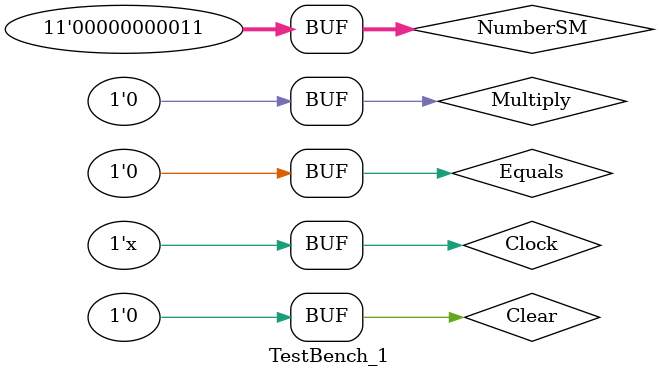
<source format=v>
`timescale 1ns/100ps
module TestBench_1();
	parameter WIDTH = 11;							// Data bit width

// Inputs and Outputs
	reg Clock;
	reg Clear;											// C button
	reg Equals;											// = button: displays result so far; does not repeat previous operation
	reg Add;												// + button
	reg Subtract;										// - button
	reg Multiply;										// x button (multiply)
	reg Divide;											// Divide button
	reg [WIDTH-1:0] NumberSM; 					// Must be entered in sign-magnitude on SW[W-1:0]
	wire signed [WIDTH-1:0] Result;
	wire Overflow;
	wire CantDisplay;
	wire [4:0] State;

	//took out state.
	wire signed [WIDTH-1:0] NumberTC;
	SM2TC #(.width(WIDTH)) SM2TC1(NumberSM, NumberTC);
	FourFuncCalc #(.W(WIDTH)) FFC(Clock, Clear, Equals, Add, Subtract, Multiply, Divide, NumberSM, Result, Overflow);
	//(Clock, Clear, Equals, Add, Subtract, Multiply, Divide, Number, Result, Overflow);
	
// Define 10 ns Clock
	always #5 Clock = ~Clock;

	initial
	begin
		Clock = 0; Clear = 1;
		#20; Clear = 0;

	
//  1 + 2 + 3= 6
		#10; Equals = 1; NumberSM = 11'd6; 
		#10; Equals = 0;

		#20; Multiply = 1;
		#20; Multiply = 0;
		#20; Equals = 1; NumberSM = 11'd3; 
		#20; Equals = 0;
		/*Clear = 1;
		#20; Clear = 0;
		#10; Equals = 1; NumberSM = 1; 
		#10; Equals = 0;

		#20; Add = 1;
		#20; Add = 0;
		#20; Equals = 1; NumberSM = 2; 
		#20; Equals = 0;
		
		#20; Add = 1;
		#20; Add = 0;
		#20; Equals = 1; NumberSM = 2; 
		#20; Equals = 0;*/

		end

endmodule


</source>
